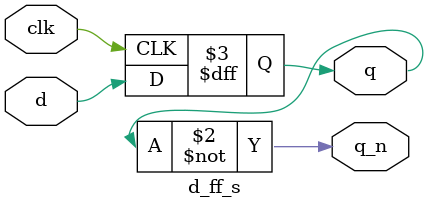
<source format=v>
module d_ff_s(q, q_n, clk, d);
	output q;
	reg q;
	output q_n;
	input clk, d;
	
always @(posedge clk)
	begin
		q <= d;
	end
	assign q_n = ~q; 

endmodule 
</source>
